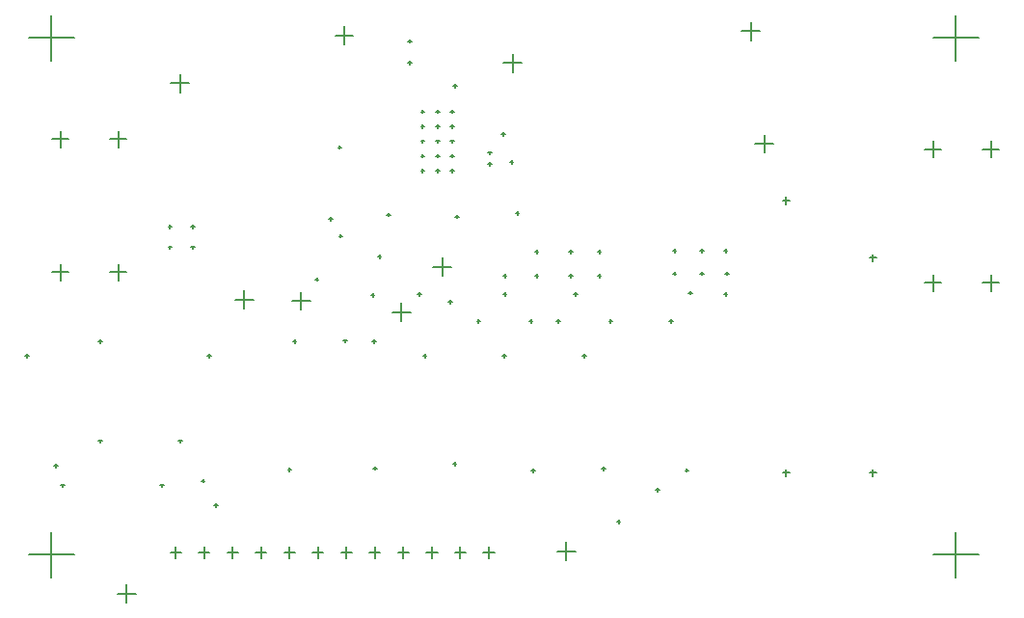
<source format=gbr>
%TF.GenerationSoftware,Altium Limited,Altium Designer,21.0.9 (235)*%
G04 Layer_Color=128*
%FSLAX45Y45*%
%MOMM*%
%TF.SameCoordinates,A479D27C-3FE7-47B0-89BC-BDD5A26E56ED*%
%TF.FilePolarity,Positive*%
%TF.FileFunction,Drillmap*%
%TF.Part,Single*%
G01*
G75*
%TA.AperFunction,NonConductor*%
%ADD74C,0.12700*%
D74*
X5870000Y960000D02*
X6030000D01*
X5950000Y880000D02*
Y1040000D01*
X1230000Y5470000D02*
X1630000D01*
X1430000Y5270000D02*
Y5670000D01*
X9170000Y5470000D02*
X9570000D01*
X9370000Y5270000D02*
Y5670000D01*
X1230000Y930000D02*
X1630000D01*
X1430000Y730000D02*
Y1130000D01*
X9170000Y930000D02*
X9570000D01*
X9370000Y730000D02*
Y1130000D01*
X9607500Y4489984D02*
X9752500D01*
X9680000Y4417484D02*
Y4562484D01*
X9099500Y4489984D02*
X9244500D01*
X9172000Y4417484D02*
Y4562484D01*
X1945501Y4580000D02*
X2090501D01*
X2018001Y4507500D02*
Y4652500D01*
X1437501Y4580000D02*
X1582501D01*
X1510001Y4507500D02*
Y4652500D01*
X1945501Y3410000D02*
X2090501D01*
X2018001Y3337500D02*
Y3482500D01*
X1437501Y3410000D02*
X1582501D01*
X1510001Y3337500D02*
Y3482500D01*
X9607500Y3319984D02*
X9752500D01*
X9680000Y3247484D02*
Y3392484D01*
X9099500Y3319984D02*
X9244500D01*
X9172000Y3247484D02*
Y3392484D01*
X8612000Y1650000D02*
X8672000D01*
X8642000Y1620000D02*
Y1680000D01*
X8612000Y3540000D02*
X8672000D01*
X8642000Y3510000D02*
Y3570000D01*
X7850000Y4040000D02*
X7910000D01*
X7880000Y4010000D02*
Y4069999D01*
X7850000Y1650000D02*
X7910000D01*
X7880000Y1620000D02*
Y1680000D01*
X7610000Y4540000D02*
X7770000D01*
X7690000Y4460000D02*
Y4620000D01*
X2480000Y5070000D02*
X2640000D01*
X2560000Y4990000D02*
Y5150000D01*
X3040000Y3170000D02*
X3200000D01*
X3120000Y3090000D02*
Y3250000D01*
X4420000Y3060000D02*
X4580000D01*
X4500000Y2980000D02*
Y3140000D01*
X3540000Y3160000D02*
X3700000D01*
X3620000Y3080000D02*
Y3240000D01*
X7490000Y5530000D02*
X7650000D01*
X7570000Y5450000D02*
Y5610000D01*
X4972500Y950000D02*
X5067500D01*
X5020000Y902500D02*
Y997500D01*
X2010000Y590000D02*
X2170000D01*
X2090000Y510000D02*
Y670000D01*
X5222500Y950000D02*
X5317500D01*
X5270000Y902500D02*
Y997500D01*
X4722500Y950000D02*
X4817500D01*
X4770000Y902500D02*
Y997500D01*
X4472500Y950000D02*
X4567500D01*
X4520000Y902500D02*
Y997500D01*
X4222500Y950000D02*
X4317500D01*
X4270000Y902500D02*
Y997500D01*
X3972500Y950000D02*
X4067500D01*
X4020000Y902500D02*
Y997500D01*
X3722500Y950000D02*
X3817500D01*
X3770000Y902500D02*
Y997500D01*
X3472500Y950000D02*
X3567500D01*
X3520000Y902500D02*
Y997500D01*
X3222500Y950000D02*
X3317500D01*
X3270000Y902500D02*
Y997500D01*
X2972500Y950000D02*
X3067500D01*
X3020000Y902500D02*
Y997500D01*
X2722500Y950000D02*
X2817500D01*
X2770000Y902500D02*
Y997500D01*
X2472500Y950000D02*
X2567500D01*
X2520000Y902500D02*
Y997500D01*
X5400000Y5250000D02*
X5560000D01*
X5480000Y5170000D02*
Y5330000D01*
X3920000Y5490000D02*
X4080000D01*
X4000000Y5410000D02*
Y5570000D01*
X4780000Y3460000D02*
X4940000D01*
X4860000Y3380000D02*
Y3540000D01*
X4675001Y4302500D02*
X4705001D01*
X4690001Y4287500D02*
Y4317500D01*
X4675001Y4822500D02*
X4705001D01*
X4690001Y4807500D02*
Y4837500D01*
X4675001Y4562500D02*
X4705001D01*
X4690001Y4547500D02*
Y4577500D01*
X4675001Y4692500D02*
X4705001D01*
X4690001Y4677500D02*
Y4707500D01*
X4805001Y4432500D02*
X4835001D01*
X4820001Y4417500D02*
Y4447500D01*
X4805001Y4302500D02*
X4835001D01*
X4820001Y4287500D02*
Y4317500D01*
X4935001Y4432500D02*
X4965001D01*
X4950001Y4417500D02*
Y4447500D01*
X4675001Y4432500D02*
X4705001D01*
X4690001Y4417500D02*
Y4447500D01*
X4935001Y4302500D02*
X4965001D01*
X4950001Y4287500D02*
Y4317500D01*
X4805001Y4562500D02*
X4835001D01*
X4820001Y4547500D02*
Y4577500D01*
X4805001Y4692500D02*
X4835001D01*
X4820001Y4677500D02*
Y4707500D01*
X4805001Y4822500D02*
X4835001D01*
X4820001Y4807500D02*
Y4837500D01*
X4935001Y4692500D02*
X4965001D01*
X4950001Y4677500D02*
Y4707500D01*
X4935001Y4822500D02*
X4965001D01*
X4950001Y4807500D02*
Y4837500D01*
X4935001Y4562500D02*
X4965001D01*
X4950001Y4547500D02*
Y4577500D01*
X6225000Y3590000D02*
X6255000D01*
X6240000Y3575000D02*
Y3605000D01*
X6885000Y3400000D02*
X6915000D01*
X6900000Y3385000D02*
Y3415000D01*
X6885000Y3600000D02*
X6915000D01*
X6900000Y3585000D02*
Y3615000D01*
X5975000Y3590000D02*
X6005000D01*
X5990000Y3575000D02*
Y3605000D01*
X6225000Y3380000D02*
X6255000D01*
X6240000Y3365000D02*
Y3395000D01*
X4975000Y3900000D02*
X5005000D01*
X4990000Y3885000D02*
Y3915000D01*
X1510472Y1540000D02*
X1540472D01*
X1525472Y1525000D02*
Y1555000D01*
X3995000Y2810000D02*
X4025000D01*
X4010000Y2795000D02*
Y2825000D01*
X5505000Y3930000D02*
X5535000D01*
X5520000Y3915000D02*
Y3945000D01*
X7125000Y3600000D02*
X7155000D01*
X7140000Y3585000D02*
Y3615000D01*
X6855240Y2980000D02*
X6885240D01*
X6870240Y2965000D02*
Y2995000D01*
X6324760Y2980000D02*
X6354760D01*
X6339760Y2965000D02*
Y2995000D01*
X5865241Y2980000D02*
X5895241D01*
X5880241Y2965000D02*
Y2995000D01*
X5624760Y2980000D02*
X5654760D01*
X5639760Y2965000D02*
Y2995000D01*
X5165241Y2980000D02*
X5195241D01*
X5180241Y2965000D02*
Y2995000D01*
X4915000Y3150000D02*
X4945000D01*
X4930000Y3135000D02*
Y3165000D01*
X5265000Y4460000D02*
X5295000D01*
X5280000Y4445000D02*
Y4475000D01*
X7345000Y3400000D02*
X7375000D01*
X7360000Y3385000D02*
Y3415000D01*
X5265000Y4360000D02*
X5295000D01*
X5280000Y4345000D02*
Y4375000D01*
X7125000Y3400000D02*
X7155000D01*
X7140000Y3385000D02*
Y3415000D01*
X7335000Y3600000D02*
X7365000D01*
X7350000Y3585000D02*
Y3615000D01*
X5455000Y4380000D02*
X5485000D01*
X5470000Y4365000D02*
Y4395000D01*
X7025000Y3230000D02*
X7055000D01*
X7040000Y3215000D02*
Y3245000D01*
X7335000Y3220000D02*
X7365000D01*
X7350000Y3205000D02*
Y3235000D01*
X4562500Y5250000D02*
X4592500D01*
X4577500Y5235000D02*
Y5265000D01*
X6261948Y1686948D02*
X6291948D01*
X6276948Y1671948D02*
Y1701948D01*
X6994427Y1672158D02*
X7024427D01*
X7009427Y1657158D02*
Y1687158D01*
X3955000Y3730000D02*
X3985000D01*
X3970000Y3715000D02*
Y3745000D01*
X3945000Y4510000D02*
X3975000D01*
X3960000Y4495000D02*
Y4525000D01*
X2543999Y1928901D02*
X2573999D01*
X2558999Y1913901D02*
Y1943901D01*
X4255000Y1690000D02*
X4285000D01*
X4270000Y1675000D02*
Y1705000D01*
X3505000Y1680000D02*
X3535000D01*
X3520000Y1665000D02*
Y1695000D01*
X2455000Y3630000D02*
X2485000D01*
X2470000Y3615000D02*
Y3645000D01*
X2655000Y3630000D02*
X2685000D01*
X2670000Y3615000D02*
Y3645000D01*
X2655000Y3810000D02*
X2685000D01*
X2670000Y3795000D02*
Y3825000D01*
X2455000Y3810000D02*
X2485000D01*
X2470000Y3795000D02*
Y3825000D01*
X6395000Y1220000D02*
X6425000D01*
X6410000Y1205000D02*
Y1235000D01*
X4562500Y5440000D02*
X4592500D01*
X4577500Y5425000D02*
Y5455000D01*
X4958424Y5050000D02*
X4988424D01*
X4973424Y5035000D02*
Y5065000D01*
X5382396Y4626028D02*
X5412396D01*
X5397396Y4611028D02*
Y4641028D01*
X4235000Y3210000D02*
X4265000D01*
X4250000Y3195000D02*
Y3225000D01*
X1845000Y2806099D02*
X1875000D01*
X1860000Y2791099D02*
Y2821099D01*
X4955000Y1730000D02*
X4985000D01*
X4970000Y1715000D02*
Y1745000D01*
X2745000Y1580000D02*
X2775000D01*
X2760000Y1565000D02*
Y1595000D01*
X2857315Y1365052D02*
X2887315D01*
X2872315Y1350052D02*
Y1380052D01*
X3549000Y2806099D02*
X3579000D01*
X3564000Y2791099D02*
Y2821099D01*
X1455000Y1710000D02*
X1485000D01*
X1470000Y1695000D02*
Y1725000D01*
X5645000Y1670000D02*
X5675000D01*
X5660000Y1655000D02*
Y1685000D01*
X2385000Y1540000D02*
X2415000D01*
X2400000Y1525000D02*
Y1555000D01*
X4645000Y3220000D02*
X4675000D01*
X4660000Y3205000D02*
Y3235000D01*
X4373902Y3917500D02*
X4403902D01*
X4388902Y3902500D02*
Y3932500D01*
X5391999Y2675000D02*
X5421999D01*
X5406999Y2660000D02*
Y2690000D01*
X4693000Y2675000D02*
X4722999D01*
X4707999Y2660000D02*
Y2690000D01*
X6092402Y2678270D02*
X6122402D01*
X6107402Y2663270D02*
Y2693270D01*
X4295000Y3550000D02*
X4325000D01*
X4310000Y3535000D02*
Y3565000D01*
X4248000Y2806099D02*
X4278000D01*
X4263000Y2791099D02*
Y2821099D01*
X3745000Y3350000D02*
X3775000D01*
X3760000Y3335000D02*
Y3365000D01*
X1845000Y1928901D02*
X1875000D01*
X1860000Y1913901D02*
Y1943901D01*
X2797999Y2675000D02*
X2827999D01*
X2812999Y2660000D02*
Y2690000D01*
X1198000Y2675000D02*
X1228000D01*
X1213000Y2660000D02*
Y2690000D01*
X3865000Y3880000D02*
X3895000D01*
X3880000Y3865000D02*
Y3895000D01*
X6735000Y1500000D02*
X6765000D01*
X6750000Y1485000D02*
Y1515000D01*
X5395000Y3220000D02*
X5425000D01*
X5410000Y3205000D02*
Y3235000D01*
X6015000Y3220000D02*
X6045000D01*
X6030000Y3205000D02*
Y3235000D01*
X5975000Y3380000D02*
X6005000D01*
X5990000Y3365000D02*
Y3395000D01*
X5675000Y3590000D02*
X5705000D01*
X5690000Y3575000D02*
Y3605000D01*
X5675000Y3380000D02*
X5705000D01*
X5690000Y3365000D02*
Y3395000D01*
X5395000Y3380000D02*
X5425000D01*
X5410000Y3365000D02*
Y3395000D01*
%TF.MD5,5ad0a91910cbaa599586898157250771*%
M02*

</source>
